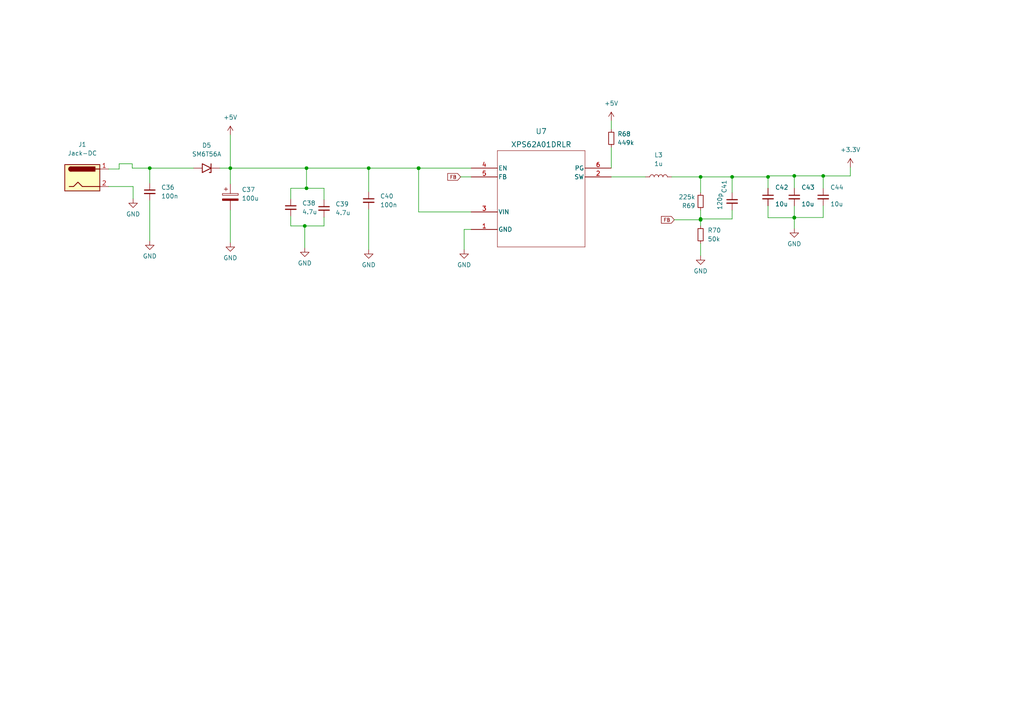
<source format=kicad_sch>
(kicad_sch (version 20211123) (generator eeschema)

  (uuid 90d93afe-17ee-4b63-b456-4b8fb977a526)

  (paper "A4")

  (lib_symbols
    (symbol "Connector:Jack-DC" (pin_names (offset 1.016)) (in_bom yes) (on_board yes)
      (property "Reference" "J" (id 0) (at 0 5.334 0)
        (effects (font (size 1.27 1.27)))
      )
      (property "Value" "Jack-DC" (id 1) (at 0 -5.08 0)
        (effects (font (size 1.27 1.27)))
      )
      (property "Footprint" "" (id 2) (at 1.27 -1.016 0)
        (effects (font (size 1.27 1.27)) hide)
      )
      (property "Datasheet" "~" (id 3) (at 1.27 -1.016 0)
        (effects (font (size 1.27 1.27)) hide)
      )
      (property "ki_keywords" "DC power barrel jack connector" (id 4) (at 0 0 0)
        (effects (font (size 1.27 1.27)) hide)
      )
      (property "ki_description" "DC Barrel Jack" (id 5) (at 0 0 0)
        (effects (font (size 1.27 1.27)) hide)
      )
      (property "ki_fp_filters" "BarrelJack*" (id 6) (at 0 0 0)
        (effects (font (size 1.27 1.27)) hide)
      )
      (symbol "Jack-DC_0_1"
        (rectangle (start -5.08 3.81) (end 5.08 -3.81)
          (stroke (width 0.254) (type default) (color 0 0 0 0))
          (fill (type background))
        )
        (arc (start -3.302 3.175) (mid -3.937 2.54) (end -3.302 1.905)
          (stroke (width 0.254) (type default) (color 0 0 0 0))
          (fill (type none))
        )
        (arc (start -3.302 3.175) (mid -3.937 2.54) (end -3.302 1.905)
          (stroke (width 0.254) (type default) (color 0 0 0 0))
          (fill (type outline))
        )
        (polyline
          (pts
            (xy 5.08 2.54)
            (xy 3.81 2.54)
          )
          (stroke (width 0.254) (type default) (color 0 0 0 0))
          (fill (type none))
        )
        (polyline
          (pts
            (xy -3.81 -2.54)
            (xy -2.54 -2.54)
            (xy -1.27 -1.27)
            (xy 0 -2.54)
            (xy 2.54 -2.54)
            (xy 5.08 -2.54)
          )
          (stroke (width 0.254) (type default) (color 0 0 0 0))
          (fill (type none))
        )
        (rectangle (start 3.683 3.175) (end -3.302 1.905)
          (stroke (width 0.254) (type default) (color 0 0 0 0))
          (fill (type outline))
        )
      )
      (symbol "Jack-DC_1_1"
        (pin passive line (at 7.62 2.54 180) (length 2.54)
          (name "~" (effects (font (size 1.27 1.27))))
          (number "1" (effects (font (size 1.27 1.27))))
        )
        (pin passive line (at 7.62 -2.54 180) (length 2.54)
          (name "~" (effects (font (size 1.27 1.27))))
          (number "2" (effects (font (size 1.27 1.27))))
        )
      )
    )
    (symbol "Device:C_Polarized" (pin_numbers hide) (pin_names (offset 0.254)) (in_bom yes) (on_board yes)
      (property "Reference" "C" (id 0) (at 0.635 2.54 0)
        (effects (font (size 1.27 1.27)) (justify left))
      )
      (property "Value" "C_Polarized" (id 1) (at 0.635 -2.54 0)
        (effects (font (size 1.27 1.27)) (justify left))
      )
      (property "Footprint" "" (id 2) (at 0.9652 -3.81 0)
        (effects (font (size 1.27 1.27)) hide)
      )
      (property "Datasheet" "~" (id 3) (at 0 0 0)
        (effects (font (size 1.27 1.27)) hide)
      )
      (property "ki_keywords" "cap capacitor" (id 4) (at 0 0 0)
        (effects (font (size 1.27 1.27)) hide)
      )
      (property "ki_description" "Polarized capacitor" (id 5) (at 0 0 0)
        (effects (font (size 1.27 1.27)) hide)
      )
      (property "ki_fp_filters" "CP_*" (id 6) (at 0 0 0)
        (effects (font (size 1.27 1.27)) hide)
      )
      (symbol "C_Polarized_0_1"
        (rectangle (start -2.286 0.508) (end 2.286 1.016)
          (stroke (width 0) (type default) (color 0 0 0 0))
          (fill (type none))
        )
        (polyline
          (pts
            (xy -1.778 2.286)
            (xy -0.762 2.286)
          )
          (stroke (width 0) (type default) (color 0 0 0 0))
          (fill (type none))
        )
        (polyline
          (pts
            (xy -1.27 2.794)
            (xy -1.27 1.778)
          )
          (stroke (width 0) (type default) (color 0 0 0 0))
          (fill (type none))
        )
        (rectangle (start 2.286 -0.508) (end -2.286 -1.016)
          (stroke (width 0) (type default) (color 0 0 0 0))
          (fill (type outline))
        )
      )
      (symbol "C_Polarized_1_1"
        (pin passive line (at 0 3.81 270) (length 2.794)
          (name "~" (effects (font (size 1.27 1.27))))
          (number "1" (effects (font (size 1.27 1.27))))
        )
        (pin passive line (at 0 -3.81 90) (length 2.794)
          (name "~" (effects (font (size 1.27 1.27))))
          (number "2" (effects (font (size 1.27 1.27))))
        )
      )
    )
    (symbol "Device:C_Small" (pin_numbers hide) (pin_names (offset 0.254) hide) (in_bom yes) (on_board yes)
      (property "Reference" "C" (id 0) (at 0.254 1.778 0)
        (effects (font (size 1.27 1.27)) (justify left))
      )
      (property "Value" "C_Small" (id 1) (at 0.254 -2.032 0)
        (effects (font (size 1.27 1.27)) (justify left))
      )
      (property "Footprint" "" (id 2) (at 0 0 0)
        (effects (font (size 1.27 1.27)) hide)
      )
      (property "Datasheet" "~" (id 3) (at 0 0 0)
        (effects (font (size 1.27 1.27)) hide)
      )
      (property "ki_keywords" "capacitor cap" (id 4) (at 0 0 0)
        (effects (font (size 1.27 1.27)) hide)
      )
      (property "ki_description" "Unpolarized capacitor, small symbol" (id 5) (at 0 0 0)
        (effects (font (size 1.27 1.27)) hide)
      )
      (property "ki_fp_filters" "C_*" (id 6) (at 0 0 0)
        (effects (font (size 1.27 1.27)) hide)
      )
      (symbol "C_Small_0_1"
        (polyline
          (pts
            (xy -1.524 -0.508)
            (xy 1.524 -0.508)
          )
          (stroke (width 0.3302) (type default) (color 0 0 0 0))
          (fill (type none))
        )
        (polyline
          (pts
            (xy -1.524 0.508)
            (xy 1.524 0.508)
          )
          (stroke (width 0.3048) (type default) (color 0 0 0 0))
          (fill (type none))
        )
      )
      (symbol "C_Small_1_1"
        (pin passive line (at 0 2.54 270) (length 2.032)
          (name "~" (effects (font (size 1.27 1.27))))
          (number "1" (effects (font (size 1.27 1.27))))
        )
        (pin passive line (at 0 -2.54 90) (length 2.032)
          (name "~" (effects (font (size 1.27 1.27))))
          (number "2" (effects (font (size 1.27 1.27))))
        )
      )
    )
    (symbol "Device:L" (pin_numbers hide) (pin_names (offset 1.016) hide) (in_bom yes) (on_board yes)
      (property "Reference" "L" (id 0) (at -1.27 0 90)
        (effects (font (size 1.27 1.27)))
      )
      (property "Value" "L" (id 1) (at 1.905 0 90)
        (effects (font (size 1.27 1.27)))
      )
      (property "Footprint" "" (id 2) (at 0 0 0)
        (effects (font (size 1.27 1.27)) hide)
      )
      (property "Datasheet" "~" (id 3) (at 0 0 0)
        (effects (font (size 1.27 1.27)) hide)
      )
      (property "ki_keywords" "inductor choke coil reactor magnetic" (id 4) (at 0 0 0)
        (effects (font (size 1.27 1.27)) hide)
      )
      (property "ki_description" "Inductor" (id 5) (at 0 0 0)
        (effects (font (size 1.27 1.27)) hide)
      )
      (property "ki_fp_filters" "Choke_* *Coil* Inductor_* L_*" (id 6) (at 0 0 0)
        (effects (font (size 1.27 1.27)) hide)
      )
      (symbol "L_0_1"
        (arc (start 0 -2.54) (mid 0.635 -1.905) (end 0 -1.27)
          (stroke (width 0) (type default) (color 0 0 0 0))
          (fill (type none))
        )
        (arc (start 0 -1.27) (mid 0.635 -0.635) (end 0 0)
          (stroke (width 0) (type default) (color 0 0 0 0))
          (fill (type none))
        )
        (arc (start 0 0) (mid 0.635 0.635) (end 0 1.27)
          (stroke (width 0) (type default) (color 0 0 0 0))
          (fill (type none))
        )
        (arc (start 0 1.27) (mid 0.635 1.905) (end 0 2.54)
          (stroke (width 0) (type default) (color 0 0 0 0))
          (fill (type none))
        )
      )
      (symbol "L_1_1"
        (pin passive line (at 0 3.81 270) (length 1.27)
          (name "1" (effects (font (size 1.27 1.27))))
          (number "1" (effects (font (size 1.27 1.27))))
        )
        (pin passive line (at 0 -3.81 90) (length 1.27)
          (name "2" (effects (font (size 1.27 1.27))))
          (number "2" (effects (font (size 1.27 1.27))))
        )
      )
    )
    (symbol "Device:R_Small" (pin_numbers hide) (pin_names (offset 0.254) hide) (in_bom yes) (on_board yes)
      (property "Reference" "R" (id 0) (at 0.762 0.508 0)
        (effects (font (size 1.27 1.27)) (justify left))
      )
      (property "Value" "R_Small" (id 1) (at 0.762 -1.016 0)
        (effects (font (size 1.27 1.27)) (justify left))
      )
      (property "Footprint" "" (id 2) (at 0 0 0)
        (effects (font (size 1.27 1.27)) hide)
      )
      (property "Datasheet" "~" (id 3) (at 0 0 0)
        (effects (font (size 1.27 1.27)) hide)
      )
      (property "ki_keywords" "R resistor" (id 4) (at 0 0 0)
        (effects (font (size 1.27 1.27)) hide)
      )
      (property "ki_description" "Resistor, small symbol" (id 5) (at 0 0 0)
        (effects (font (size 1.27 1.27)) hide)
      )
      (property "ki_fp_filters" "R_*" (id 6) (at 0 0 0)
        (effects (font (size 1.27 1.27)) hide)
      )
      (symbol "R_Small_0_1"
        (rectangle (start -0.762 1.778) (end 0.762 -1.778)
          (stroke (width 0.2032) (type default) (color 0 0 0 0))
          (fill (type none))
        )
      )
      (symbol "R_Small_1_1"
        (pin passive line (at 0 2.54 270) (length 0.762)
          (name "~" (effects (font (size 1.27 1.27))))
          (number "1" (effects (font (size 1.27 1.27))))
        )
        (pin passive line (at 0 -2.54 90) (length 0.762)
          (name "~" (effects (font (size 1.27 1.27))))
          (number "2" (effects (font (size 1.27 1.27))))
        )
      )
    )
    (symbol "Diode:SM6T56A" (pin_numbers hide) (pin_names (offset 1.016) hide) (in_bom yes) (on_board yes)
      (property "Reference" "D" (id 0) (at 0 2.54 0)
        (effects (font (size 1.27 1.27)))
      )
      (property "Value" "SM6T56A" (id 1) (at 0 -2.54 0)
        (effects (font (size 1.27 1.27)))
      )
      (property "Footprint" "Diode_SMD:D_SMB" (id 2) (at 0 -5.08 0)
        (effects (font (size 1.27 1.27)) hide)
      )
      (property "Datasheet" "https://www.st.com/resource/en/datasheet/sm6t.pdf" (id 3) (at -1.27 0 0)
        (effects (font (size 1.27 1.27)) hide)
      )
      (property "ki_keywords" "diode TVS voltage suppressor" (id 4) (at 0 0 0)
        (effects (font (size 1.27 1.27)) hide)
      )
      (property "ki_description" "600W unidirectional Transil Transient Voltage Suppressor, 56Vrwm, DO-214AA" (id 5) (at 0 0 0)
        (effects (font (size 1.27 1.27)) hide)
      )
      (property "ki_fp_filters" "D*SMB*" (id 6) (at 0 0 0)
        (effects (font (size 1.27 1.27)) hide)
      )
      (symbol "SM6T56A_0_1"
        (polyline
          (pts
            (xy -0.762 1.27)
            (xy -1.27 1.27)
            (xy -1.27 -1.27)
          )
          (stroke (width 0.254) (type default) (color 0 0 0 0))
          (fill (type none))
        )
        (polyline
          (pts
            (xy 1.27 1.27)
            (xy 1.27 -1.27)
            (xy -1.27 0)
            (xy 1.27 1.27)
          )
          (stroke (width 0.254) (type default) (color 0 0 0 0))
          (fill (type none))
        )
      )
      (symbol "SM6T56A_1_1"
        (pin passive line (at -3.81 0 0) (length 2.54)
          (name "A1" (effects (font (size 1.27 1.27))))
          (number "1" (effects (font (size 1.27 1.27))))
        )
        (pin passive line (at 3.81 0 180) (length 2.54)
          (name "A2" (effects (font (size 1.27 1.27))))
          (number "2" (effects (font (size 1.27 1.27))))
        )
      )
    )
    (symbol "newlib:XPS62A01DRLR" (pin_names (offset 0.254)) (in_bom yes) (on_board yes)
      (property "Reference" "U" (id 0) (at 20.32 10.16 0)
        (effects (font (size 1.524 1.524)))
      )
      (property "Value" "XPS62A01DRLR" (id 1) (at 20.32 7.62 0)
        (effects (font (size 1.524 1.524)))
      )
      (property "Footprint" "SOT6_DRL_TEX" (id 2) (at 0 0 0)
        (effects (font (size 1.27 1.27) italic) hide)
      )
      (property "Datasheet" "XPS62A01DRLR" (id 3) (at 0 0 0)
        (effects (font (size 1.27 1.27) italic) hide)
      )
      (property "ki_locked" "" (id 4) (at 0 0 0)
        (effects (font (size 1.27 1.27)))
      )
      (property "ki_keywords" "XPS62A01DRLR" (id 5) (at 0 0 0)
        (effects (font (size 1.27 1.27)) hide)
      )
      (property "ki_fp_filters" "SOT6_DRL_TEX SOT6_DRL_TEX-M SOT6_DRL_TEX-L" (id 6) (at 0 0 0)
        (effects (font (size 1.27 1.27)) hide)
      )
      (symbol "XPS62A01DRLR_0_1"
        (polyline
          (pts
            (xy 7.62 -22.86)
            (xy 33.02 -22.86)
          )
          (stroke (width 0.127) (type default) (color 0 0 0 0))
          (fill (type none))
        )
        (polyline
          (pts
            (xy 7.62 5.08)
            (xy 7.62 -22.86)
          )
          (stroke (width 0.127) (type default) (color 0 0 0 0))
          (fill (type none))
        )
        (polyline
          (pts
            (xy 33.02 -22.86)
            (xy 33.02 5.08)
          )
          (stroke (width 0.127) (type default) (color 0 0 0 0))
          (fill (type none))
        )
        (polyline
          (pts
            (xy 33.02 5.08)
            (xy 7.62 5.08)
          )
          (stroke (width 0.127) (type default) (color 0 0 0 0))
          (fill (type none))
        )
        (pin power_out line (at 0 -17.78 0) (length 7.62)
          (name "GND" (effects (font (size 1.27 1.27))))
          (number "1" (effects (font (size 1.27 1.27))))
        )
        (pin output line (at 40.64 -2.54 180) (length 7.62)
          (name "SW" (effects (font (size 1.27 1.27))))
          (number "2" (effects (font (size 1.27 1.27))))
        )
        (pin power_in line (at 0 -12.7 0) (length 7.62)
          (name "VIN" (effects (font (size 1.27 1.27))))
          (number "3" (effects (font (size 1.27 1.27))))
        )
        (pin input line (at 0 0 0) (length 7.62)
          (name "EN" (effects (font (size 1.27 1.27))))
          (number "4" (effects (font (size 1.27 1.27))))
        )
        (pin input line (at 0 -2.54 0) (length 7.62)
          (name "FB" (effects (font (size 1.27 1.27))))
          (number "5" (effects (font (size 1.27 1.27))))
        )
        (pin output line (at 40.64 0 180) (length 7.62)
          (name "PG" (effects (font (size 1.27 1.27))))
          (number "6" (effects (font (size 1.27 1.27))))
        )
      )
    )
    (symbol "power:+3.3V" (power) (pin_names (offset 0)) (in_bom yes) (on_board yes)
      (property "Reference" "#PWR" (id 0) (at 0 -3.81 0)
        (effects (font (size 1.27 1.27)) hide)
      )
      (property "Value" "+3.3V" (id 1) (at 0 3.556 0)
        (effects (font (size 1.27 1.27)))
      )
      (property "Footprint" "" (id 2) (at 0 0 0)
        (effects (font (size 1.27 1.27)) hide)
      )
      (property "Datasheet" "" (id 3) (at 0 0 0)
        (effects (font (size 1.27 1.27)) hide)
      )
      (property "ki_keywords" "global power" (id 4) (at 0 0 0)
        (effects (font (size 1.27 1.27)) hide)
      )
      (property "ki_description" "Power symbol creates a global label with name \"+3.3V\"" (id 5) (at 0 0 0)
        (effects (font (size 1.27 1.27)) hide)
      )
      (symbol "+3.3V_0_1"
        (polyline
          (pts
            (xy -0.762 1.27)
            (xy 0 2.54)
          )
          (stroke (width 0) (type default) (color 0 0 0 0))
          (fill (type none))
        )
        (polyline
          (pts
            (xy 0 0)
            (xy 0 2.54)
          )
          (stroke (width 0) (type default) (color 0 0 0 0))
          (fill (type none))
        )
        (polyline
          (pts
            (xy 0 2.54)
            (xy 0.762 1.27)
          )
          (stroke (width 0) (type default) (color 0 0 0 0))
          (fill (type none))
        )
      )
      (symbol "+3.3V_1_1"
        (pin power_in line (at 0 0 90) (length 0) hide
          (name "+3.3V" (effects (font (size 1.27 1.27))))
          (number "1" (effects (font (size 1.27 1.27))))
        )
      )
    )
    (symbol "power:+5V" (power) (pin_names (offset 0)) (in_bom yes) (on_board yes)
      (property "Reference" "#PWR" (id 0) (at 0 -3.81 0)
        (effects (font (size 1.27 1.27)) hide)
      )
      (property "Value" "+5V" (id 1) (at 0 3.556 0)
        (effects (font (size 1.27 1.27)))
      )
      (property "Footprint" "" (id 2) (at 0 0 0)
        (effects (font (size 1.27 1.27)) hide)
      )
      (property "Datasheet" "" (id 3) (at 0 0 0)
        (effects (font (size 1.27 1.27)) hide)
      )
      (property "ki_keywords" "global power" (id 4) (at 0 0 0)
        (effects (font (size 1.27 1.27)) hide)
      )
      (property "ki_description" "Power symbol creates a global label with name \"+5V\"" (id 5) (at 0 0 0)
        (effects (font (size 1.27 1.27)) hide)
      )
      (symbol "+5V_0_1"
        (polyline
          (pts
            (xy -0.762 1.27)
            (xy 0 2.54)
          )
          (stroke (width 0) (type default) (color 0 0 0 0))
          (fill (type none))
        )
        (polyline
          (pts
            (xy 0 0)
            (xy 0 2.54)
          )
          (stroke (width 0) (type default) (color 0 0 0 0))
          (fill (type none))
        )
        (polyline
          (pts
            (xy 0 2.54)
            (xy 0.762 1.27)
          )
          (stroke (width 0) (type default) (color 0 0 0 0))
          (fill (type none))
        )
      )
      (symbol "+5V_1_1"
        (pin power_in line (at 0 0 90) (length 0) hide
          (name "+5V" (effects (font (size 1.27 1.27))))
          (number "1" (effects (font (size 1.27 1.27))))
        )
      )
    )
    (symbol "power:GND" (power) (pin_names (offset 0)) (in_bom yes) (on_board yes)
      (property "Reference" "#PWR" (id 0) (at 0 -6.35 0)
        (effects (font (size 1.27 1.27)) hide)
      )
      (property "Value" "GND" (id 1) (at 0 -3.81 0)
        (effects (font (size 1.27 1.27)))
      )
      (property "Footprint" "" (id 2) (at 0 0 0)
        (effects (font (size 1.27 1.27)) hide)
      )
      (property "Datasheet" "" (id 3) (at 0 0 0)
        (effects (font (size 1.27 1.27)) hide)
      )
      (property "ki_keywords" "global power" (id 4) (at 0 0 0)
        (effects (font (size 1.27 1.27)) hide)
      )
      (property "ki_description" "Power symbol creates a global label with name \"GND\" , ground" (id 5) (at 0 0 0)
        (effects (font (size 1.27 1.27)) hide)
      )
      (symbol "GND_0_1"
        (polyline
          (pts
            (xy 0 0)
            (xy 0 -1.27)
            (xy 1.27 -1.27)
            (xy 0 -2.54)
            (xy -1.27 -1.27)
            (xy 0 -1.27)
          )
          (stroke (width 0) (type default) (color 0 0 0 0))
          (fill (type none))
        )
      )
      (symbol "GND_1_1"
        (pin power_in line (at 0 0 270) (length 0) hide
          (name "GND" (effects (font (size 1.27 1.27))))
          (number "1" (effects (font (size 1.27 1.27))))
        )
      )
    )
  )

  (junction (at 88.9 54.61) (diameter 0) (color 0 0 0 0)
    (uuid 00c03ea0-bb58-4986-a5bf-2b23032dec01)
  )
  (junction (at 88.9 48.768) (diameter 0) (color 0 0 0 0)
    (uuid 262836c9-4571-4d3e-8f42-eafc0b74b52c)
  )
  (junction (at 203.2 63.5) (diameter 0) (color 0 0 0 0)
    (uuid 2d57c0e2-d35b-407e-b777-4785362237bb)
  )
  (junction (at 203.2 51.308) (diameter 0) (color 0 0 0 0)
    (uuid 4648b5a8-836b-4c46-90b3-654c2a3f402e)
  )
  (junction (at 43.434 48.768) (diameter 0) (color 0 0 0 0)
    (uuid 49cc57bc-8439-43db-be54-b7c309b5819f)
  )
  (junction (at 212.344 51.308) (diameter 0) (color 0 0 0 0)
    (uuid 59f11333-3c98-40f8-b26e-810e1929fc07)
  )
  (junction (at 66.802 48.768) (diameter 0) (color 0 0 0 0)
    (uuid 8ac15556-8c25-4b61-9aa3-0edcb26d53da)
  )
  (junction (at 230.378 51.012) (diameter 0) (color 0 0 0 0)
    (uuid 99bb7ed9-e0b0-4ab8-b50f-1a2e629fe911)
  )
  (junction (at 88.392 65.532) (diameter 0) (color 0 0 0 0)
    (uuid ae652cf7-77c8-4f23-8850-ea08baf4baa9)
  )
  (junction (at 238.76 51.0277) (diameter 0) (color 0 0 0 0)
    (uuid b814afb1-8412-4aa3-b3c4-226ef4a13ea7)
  )
  (junction (at 230.378 63.1464) (diameter 0) (color 0 0 0 0)
    (uuid c4251c16-bc37-41b7-b2c4-7dcec17a2cf2)
  )
  (junction (at 230.378 63.0893) (diameter 0) (color 0 0 0 0)
    (uuid c67be094-5dcc-4897-a3a1-367266ea3d94)
  )
  (junction (at 106.934 48.768) (diameter 0) (color 0 0 0 0)
    (uuid cdada8dd-7cf8-4d1e-857b-bada00b31b5d)
  )
  (junction (at 121.412 48.7986) (diameter 0) (color 0 0 0 0)
    (uuid dd0ce13c-b1fa-4835-bc91-45d0a90bca21)
  )
  (junction (at 222.758 51.308) (diameter 0) (color 0 0 0 0)
    (uuid dec64c89-ef07-4822-a79a-698b16e6002f)
  )
  (junction (at 121.412 48.768) (diameter 0) (color 0 0 0 0)
    (uuid fe304f29-b2b1-4a0a-86d5-6826fdfae56c)
  )
  (junction (at 203.2 63.754) (diameter 0) (color 0 0 0 0)
    (uuid ff60c3b2-4b1b-481b-8ba7-613200731adb)
  )

  (wire (pts (xy 203.2 63.5) (xy 203.2 63.754))
    (stroke (width 0) (type default) (color 0 0 0 0))
    (uuid 01362a90-5c28-43b1-99c2-d5e4748af7ff)
  )
  (wire (pts (xy 63.754 48.768) (xy 66.802 48.768))
    (stroke (width 0) (type default) (color 0 0 0 0))
    (uuid 03dcd413-8c58-459c-9606-84269f4351e9)
  )
  (wire (pts (xy 43.434 48.768) (xy 56.134 48.768))
    (stroke (width 0) (type default) (color 0 0 0 0))
    (uuid 069d2dbf-9ef8-4f09-8a96-f251b858e2f3)
  )
  (wire (pts (xy 88.9 54.61) (xy 93.98 54.61))
    (stroke (width 0) (type default) (color 0 0 0 0))
    (uuid 0941d319-2894-459b-a08d-500a7f9a53cb)
  )
  (wire (pts (xy 222.758 59.69) (xy 222.758 63.1464))
    (stroke (width 0) (type default) (color 0 0 0 0))
    (uuid 106ff913-7ab4-4b1d-af8d-6a369569750e)
  )
  (wire (pts (xy 246.634 51.0277) (xy 238.76 51.0277))
    (stroke (width 0) (type default) (color 0 0 0 0))
    (uuid 150a934f-a180-414e-8c90-792b686a9bfd)
  )
  (wire (pts (xy 212.344 55.88) (xy 212.344 51.308))
    (stroke (width 0) (type default) (color 0 0 0 0))
    (uuid 211e7293-65b0-4f14-982c-b026ffcf4cef)
  )
  (wire (pts (xy 136.652 66.548) (xy 134.62 66.548))
    (stroke (width 0) (type default) (color 0 0 0 0))
    (uuid 2aa6608a-fef6-4bbe-8773-22b92e8a6b0e)
  )
  (wire (pts (xy 38.354 48.768) (xy 38.354 47.498))
    (stroke (width 0) (type default) (color 0 0 0 0))
    (uuid 2c3acf30-805d-4f0d-9824-6f60f32acf8a)
  )
  (wire (pts (xy 93.98 65.532) (xy 88.392 65.532))
    (stroke (width 0) (type default) (color 0 0 0 0))
    (uuid 2e9f8192-47e4-4a27-a963-696eef5a5551)
  )
  (wire (pts (xy 238.76 51.0277) (xy 238.76 51.012))
    (stroke (width 0) (type default) (color 0 0 0 0))
    (uuid 30914736-7056-4e17-a87c-76bf406da684)
  )
  (wire (pts (xy 222.758 54.61) (xy 222.758 51.308))
    (stroke (width 0) (type default) (color 0 0 0 0))
    (uuid 31166bba-5f90-4e01-9f62-19eff830f5b4)
  )
  (wire (pts (xy 177.292 35.052) (xy 177.292 37.592))
    (stroke (width 0) (type default) (color 0 0 0 0))
    (uuid 3867638e-32d1-4c63-b22e-93bd123c8c53)
  )
  (wire (pts (xy 121.412 61.468) (xy 121.412 48.7986))
    (stroke (width 0) (type default) (color 0 0 0 0))
    (uuid 3e08b83e-bd3e-4994-8a15-c16d74d67293)
  )
  (wire (pts (xy 222.758 51.308) (xy 222.758 51.012))
    (stroke (width 0) (type default) (color 0 0 0 0))
    (uuid 4542b5f1-c115-4a48-af80-f46385012d02)
  )
  (wire (pts (xy 34.5589 47.498) (xy 34.5589 49.022))
    (stroke (width 0) (type default) (color 0 0 0 0))
    (uuid 4c187712-3acf-4836-bc49-a42adf270719)
  )
  (wire (pts (xy 238.76 59.69) (xy 238.76 63.0893))
    (stroke (width 0) (type default) (color 0 0 0 0))
    (uuid 5039b209-eae1-4f0c-9a7b-9eac053653aa)
  )
  (wire (pts (xy 38.608 54.102) (xy 31.496 54.102))
    (stroke (width 0) (type default) (color 0 0 0 0))
    (uuid 51b93c29-551c-4378-a82f-326d68ed376a)
  )
  (wire (pts (xy 84.328 65.532) (xy 84.328 62.738))
    (stroke (width 0) (type default) (color 0 0 0 0))
    (uuid 54fe36d4-be14-4329-8e09-81bcabf5c19c)
  )
  (wire (pts (xy 134.62 66.548) (xy 134.62 72.39))
    (stroke (width 0) (type default) (color 0 0 0 0))
    (uuid 5735b756-0c52-4957-895f-40635be16d6a)
  )
  (wire (pts (xy 238.76 54.61) (xy 238.76 51.0277))
    (stroke (width 0) (type default) (color 0 0 0 0))
    (uuid 5810161c-e01f-47bf-ae46-c4575315293b)
  )
  (wire (pts (xy 246.634 48.514) (xy 246.634 51.0277))
    (stroke (width 0) (type default) (color 0 0 0 0))
    (uuid 5b7b6c67-27c7-4711-8873-c4a4c7d00f70)
  )
  (wire (pts (xy 66.802 39.116) (xy 66.802 48.768))
    (stroke (width 0) (type default) (color 0 0 0 0))
    (uuid 5cd59d8c-fa85-4704-9ca7-ced10faa1f82)
  )
  (wire (pts (xy 212.344 51.308) (xy 203.2 51.308))
    (stroke (width 0) (type default) (color 0 0 0 0))
    (uuid 61f63cce-b4ec-4224-bc69-89360676d1a0)
  )
  (wire (pts (xy 88.392 65.532) (xy 88.392 71.882))
    (stroke (width 0) (type default) (color 0 0 0 0))
    (uuid 6433e864-0dfb-484e-afd6-99c16d7563d8)
  )
  (wire (pts (xy 238.76 63.0893) (xy 230.378 63.0893))
    (stroke (width 0) (type default) (color 0 0 0 0))
    (uuid 6436f4d5-5229-4675-b72e-2485142b9555)
  )
  (wire (pts (xy 212.344 63.5) (xy 203.2 63.5))
    (stroke (width 0) (type default) (color 0 0 0 0))
    (uuid 70c5a812-3a73-4f72-9d24-499a3b18921d)
  )
  (wire (pts (xy 203.2 63.5) (xy 203.2 60.96))
    (stroke (width 0) (type default) (color 0 0 0 0))
    (uuid 72a4635f-a208-4d6c-837e-f8d53575281c)
  )
  (wire (pts (xy 66.802 48.768) (xy 66.802 53.34))
    (stroke (width 0) (type default) (color 0 0 0 0))
    (uuid 763c6133-9a9b-4e29-bb21-b232a12e1417)
  )
  (wire (pts (xy 31.496 49.022) (xy 34.5589 49.022))
    (stroke (width 0) (type default) (color 0 0 0 0))
    (uuid 7b2589d9-7cfa-45d2-a54f-a99201cdf731)
  )
  (wire (pts (xy 66.802 48.768) (xy 88.9 48.768))
    (stroke (width 0) (type default) (color 0 0 0 0))
    (uuid 7d54a608-22ad-4e0b-bd47-a10abadf1a39)
  )
  (wire (pts (xy 106.934 48.768) (xy 121.412 48.768))
    (stroke (width 0) (type default) (color 0 0 0 0))
    (uuid 80fdd2a1-e435-49b3-bb1b-169efaa1c0e2)
  )
  (wire (pts (xy 230.378 51.012) (xy 230.378 54.61))
    (stroke (width 0) (type default) (color 0 0 0 0))
    (uuid 847732cc-0782-4852-b40c-2355ec4c5514)
  )
  (wire (pts (xy 230.378 63.0893) (xy 230.378 63.1464))
    (stroke (width 0) (type default) (color 0 0 0 0))
    (uuid 84f1e69d-da79-441f-85e2-4c0c3ffa55de)
  )
  (wire (pts (xy 84.328 54.61) (xy 88.9 54.61))
    (stroke (width 0) (type default) (color 0 0 0 0))
    (uuid 862b61f4-5fd4-42e4-99ec-fb968703f9ac)
  )
  (wire (pts (xy 222.758 51.012) (xy 230.378 51.012))
    (stroke (width 0) (type default) (color 0 0 0 0))
    (uuid 898ee11a-4d68-4bb1-baad-de24b2e2d2e1)
  )
  (wire (pts (xy 133.604 51.308) (xy 136.652 51.308))
    (stroke (width 0) (type default) (color 0 0 0 0))
    (uuid 8ed8dd09-e801-4ebd-88da-1f4483884195)
  )
  (wire (pts (xy 136.652 61.468) (xy 121.412 61.468))
    (stroke (width 0) (type default) (color 0 0 0 0))
    (uuid 9078575c-05b7-4d50-8d8b-eeb659caaa9a)
  )
  (wire (pts (xy 106.934 55.626) (xy 106.934 48.768))
    (stroke (width 0) (type default) (color 0 0 0 0))
    (uuid 911228be-d7fc-4685-a9e4-fe51830838c2)
  )
  (wire (pts (xy 203.2 63.754) (xy 203.2 65.532))
    (stroke (width 0) (type default) (color 0 0 0 0))
    (uuid 91269592-8e0c-4642-ba75-35fb773e1de3)
  )
  (wire (pts (xy 177.292 42.672) (xy 177.292 48.768))
    (stroke (width 0) (type default) (color 0 0 0 0))
    (uuid 925ada74-3f25-4d43-9252-1478f9e8bead)
  )
  (wire (pts (xy 203.2 51.308) (xy 203.2 55.88))
    (stroke (width 0) (type default) (color 0 0 0 0))
    (uuid 945d071a-b262-4d43-ab03-2fa018a2ae93)
  )
  (wire (pts (xy 43.434 53.086) (xy 43.434 48.768))
    (stroke (width 0) (type default) (color 0 0 0 0))
    (uuid 968eb9e3-bcba-4dd2-939e-4899d83f8579)
  )
  (wire (pts (xy 93.98 62.992) (xy 93.98 65.532))
    (stroke (width 0) (type default) (color 0 0 0 0))
    (uuid a8a5ffe9-6fc1-4b0d-a8f4-d2c04c2d58e7)
  )
  (wire (pts (xy 230.378 63.1464) (xy 230.378 66.294))
    (stroke (width 0) (type default) (color 0 0 0 0))
    (uuid a92d73ea-e6a7-4480-8e38-bd2a95c37160)
  )
  (wire (pts (xy 222.758 63.1464) (xy 230.378 63.1464))
    (stroke (width 0) (type default) (color 0 0 0 0))
    (uuid ad80da1b-ac21-4007-adde-88a0d79876e0)
  )
  (wire (pts (xy 66.802 60.96) (xy 66.802 70.358))
    (stroke (width 0) (type default) (color 0 0 0 0))
    (uuid b27edbea-3ef3-4503-a3df-4578e83a5c90)
  )
  (wire (pts (xy 106.934 48.768) (xy 88.9 48.768))
    (stroke (width 0) (type default) (color 0 0 0 0))
    (uuid b4a249d5-1671-4ae2-8fc8-1e3c66aec3b2)
  )
  (wire (pts (xy 212.344 60.96) (xy 212.344 63.5))
    (stroke (width 0) (type default) (color 0 0 0 0))
    (uuid b7c2d787-fa3f-4050-8511-872399c2c15c)
  )
  (wire (pts (xy 84.328 57.658) (xy 84.328 54.61))
    (stroke (width 0) (type default) (color 0 0 0 0))
    (uuid bae36c39-b809-434d-baa6-635eaec4dfe1)
  )
  (wire (pts (xy 38.354 47.498) (xy 34.5589 47.498))
    (stroke (width 0) (type default) (color 0 0 0 0))
    (uuid bb7d8789-88b6-4bcd-af00-c0872d7916aa)
  )
  (wire (pts (xy 88.392 65.532) (xy 84.328 65.532))
    (stroke (width 0) (type default) (color 0 0 0 0))
    (uuid bbaab8d6-9756-4558-bf3d-84bd64523e08)
  )
  (wire (pts (xy 238.76 51.012) (xy 230.378 51.012))
    (stroke (width 0) (type default) (color 0 0 0 0))
    (uuid c15ef739-3b34-4276-a473-458aefbb0cc5)
  )
  (wire (pts (xy 212.344 51.308) (xy 222.758 51.308))
    (stroke (width 0) (type default) (color 0 0 0 0))
    (uuid cf01db9d-4625-495c-be65-0949c89f286e)
  )
  (wire (pts (xy 121.412 48.768) (xy 136.652 48.768))
    (stroke (width 0) (type default) (color 0 0 0 0))
    (uuid d1aa25b2-a5df-4916-b4f8-9bc54068d2bb)
  )
  (wire (pts (xy 203.2 70.612) (xy 203.2 74.168))
    (stroke (width 0) (type default) (color 0 0 0 0))
    (uuid d8544649-3379-4b65-a395-50e5d626b2df)
  )
  (wire (pts (xy 88.9 48.768) (xy 88.9 54.61))
    (stroke (width 0) (type default) (color 0 0 0 0))
    (uuid dd9ee7d6-9984-44f3-b506-1bdf2ec363b7)
  )
  (wire (pts (xy 177.292 51.308) (xy 187.198 51.308))
    (stroke (width 0) (type default) (color 0 0 0 0))
    (uuid e83ef509-4b3c-460d-af79-f21b91a05476)
  )
  (wire (pts (xy 43.434 58.166) (xy 43.434 69.85))
    (stroke (width 0) (type default) (color 0 0 0 0))
    (uuid ea1efba8-8a19-41ad-9308-64bec977a461)
  )
  (wire (pts (xy 195.58 63.754) (xy 203.2 63.754))
    (stroke (width 0) (type default) (color 0 0 0 0))
    (uuid eb8725b0-ada3-49ec-8a35-6ec871b860e6)
  )
  (wire (pts (xy 106.934 60.706) (xy 106.934 72.39))
    (stroke (width 0) (type default) (color 0 0 0 0))
    (uuid edd4fd8f-9389-4cf4-a259-dac20a641f71)
  )
  (wire (pts (xy 93.98 54.61) (xy 93.98 57.912))
    (stroke (width 0) (type default) (color 0 0 0 0))
    (uuid f22b3a07-c4f1-4d04-ab6b-e2643893de4d)
  )
  (wire (pts (xy 194.818 51.308) (xy 203.2 51.308))
    (stroke (width 0) (type default) (color 0 0 0 0))
    (uuid f36d4790-376a-430f-b30f-437d8bab826e)
  )
  (wire (pts (xy 230.378 59.69) (xy 230.378 63.0893))
    (stroke (width 0) (type default) (color 0 0 0 0))
    (uuid f6050181-b8a9-41ac-b12f-e1f26bb2cb07)
  )
  (wire (pts (xy 38.354 48.768) (xy 43.434 48.768))
    (stroke (width 0) (type default) (color 0 0 0 0))
    (uuid f8f516cc-11c8-4cbf-b5a7-a1ad9e29cdc5)
  )
  (wire (pts (xy 38.608 57.658) (xy 38.608 54.102))
    (stroke (width 0) (type default) (color 0 0 0 0))
    (uuid f9ee96b5-1ce1-4f9f-84f3-71034c7119d1)
  )
  (wire (pts (xy 121.412 48.7986) (xy 121.412 48.768))
    (stroke (width 0) (type default) (color 0 0 0 0))
    (uuid ff1f24e4-ef4b-4f6e-aaaf-685d06863d31)
  )

  (global_label "FB" (shape input) (at 133.604 51.308 180) (fields_autoplaced)
    (effects (font (size 1 1)) (justify right))
    (uuid 18986590-c2ce-4c5d-91e5-41be06b65d32)
    (property "Intersheet References" "${INTERSHEET_REFS}" (id 0) (at 129.8469 51.3705 0)
      (effects (font (size 1 1)) (justify right) hide)
    )
  )
  (global_label "FB" (shape input) (at 195.58 63.754 180) (fields_autoplaced)
    (effects (font (size 1 1)) (justify right))
    (uuid a2973df1-cacc-4e6b-a7f6-04c6b29487f9)
    (property "Intersheet References" "${INTERSHEET_REFS}" (id 0) (at 191.8229 63.8165 0)
      (effects (font (size 1 1)) (justify right) hide)
    )
  )

  (symbol (lib_id "power:GND") (at 134.62 72.39 0) (unit 1)
    (in_bom yes) (on_board yes) (fields_autoplaced)
    (uuid 0389b813-f9ec-470b-8d2e-f3493f5482de)
    (property "Reference" "#PWR079" (id 0) (at 134.62 78.74 0)
      (effects (font (size 1.27 1.27)) hide)
    )
    (property "Value" "GND" (id 1) (at 134.62 76.835 0))
    (property "Footprint" "" (id 2) (at 134.62 72.39 0)
      (effects (font (size 1.27 1.27)) hide)
    )
    (property "Datasheet" "" (id 3) (at 134.62 72.39 0)
      (effects (font (size 1.27 1.27)) hide)
    )
    (pin "1" (uuid adaf524a-307b-4bc2-996b-2f61380b0392))
  )

  (symbol (lib_id "Device:C_Small") (at 212.344 58.42 0) (unit 1)
    (in_bom yes) (on_board yes)
    (uuid 0494f5d7-dbb0-4620-8b56-d878d85e0128)
    (property "Reference" "C41" (id 0) (at 210.058 54.102 90))
    (property "Value" "120p" (id 1) (at 208.788 58.42 90))
    (property "Footprint" "Capacitor_SMD:C_0402_1005Metric_Pad0.74x0.62mm_HandSolder" (id 2) (at 212.344 58.42 0)
      (effects (font (size 1.27 1.27)) hide)
    )
    (property "Datasheet" "~" (id 3) (at 212.344 58.42 0)
      (effects (font (size 1.27 1.27)) hide)
    )
    (property "JLCPCB Part #" "C295918" (id 4) (at 212.344 58.42 0)
      (effects (font (size 1.27 1.27)) hide)
    )
    (pin "1" (uuid 7435e870-dcaa-4eff-bddb-ee3b7731ed7f))
    (pin "2" (uuid 559b0a14-7180-432d-9a91-8fa7e19914c5))
  )

  (symbol (lib_id "power:GND") (at 43.434 69.85 0) (unit 1)
    (in_bom yes) (on_board yes) (fields_autoplaced)
    (uuid 0c6dba0d-8b92-4807-9f53-d45c31dae137)
    (property "Reference" "#PWR074" (id 0) (at 43.434 76.2 0)
      (effects (font (size 1.27 1.27)) hide)
    )
    (property "Value" "GND" (id 1) (at 43.434 74.295 0))
    (property "Footprint" "" (id 2) (at 43.434 69.85 0)
      (effects (font (size 1.27 1.27)) hide)
    )
    (property "Datasheet" "" (id 3) (at 43.434 69.85 0)
      (effects (font (size 1.27 1.27)) hide)
    )
    (pin "1" (uuid a6cbc0f7-55a1-4432-90a7-b290faf2506d))
  )

  (symbol (lib_id "Device:C_Small") (at 84.328 60.198 0) (unit 1)
    (in_bom yes) (on_board yes) (fields_autoplaced)
    (uuid 0eeb529a-c3ef-4776-b21e-12a6961f5987)
    (property "Reference" "C38" (id 0) (at 87.63 58.9342 0)
      (effects (font (size 1.27 1.27)) (justify left))
    )
    (property "Value" "4.7u" (id 1) (at 87.63 61.4742 0)
      (effects (font (size 1.27 1.27)) (justify left))
    )
    (property "Footprint" "Capacitor_SMD:C_0805_2012Metric_Pad1.18x1.45mm_HandSolder" (id 2) (at 84.328 60.198 0)
      (effects (font (size 1.27 1.27)) hide)
    )
    (property "Datasheet" "~" (id 3) (at 84.328 60.198 0)
      (effects (font (size 1.27 1.27)) hide)
    )
    (property "JLC" "C2170562" (id 4) (at 84.328 60.198 0)
      (effects (font (size 1.27 1.27)) hide)
    )
    (pin "1" (uuid 23dfbb44-1c62-4b32-93e5-b427eddfd629))
    (pin "2" (uuid f421bef7-68a6-4c6a-a6a3-cd0df36fc71b))
  )

  (symbol (lib_id "Connector:Jack-DC") (at 23.876 51.562 0) (unit 1)
    (in_bom yes) (on_board yes) (fields_autoplaced)
    (uuid 2c9de3e2-5bb9-4794-bf7f-8d3ceec0810d)
    (property "Reference" "J1" (id 0) (at 23.876 41.91 0))
    (property "Value" "Jack-DC" (id 1) (at 23.876 44.45 0))
    (property "Footprint" "Connector_BarrelJack:BarrelJack_SwitchcraftConxall_RAPC10U_Horizontal" (id 2) (at 25.146 52.578 0)
      (effects (font (size 1.27 1.27)) hide)
    )
    (property "Datasheet" "~" (id 3) (at 25.146 52.578 0)
      (effects (font (size 1.27 1.27)) hide)
    )
    (pin "1" (uuid b1b19a47-44ac-462d-9d2c-621f71f9504c))
    (pin "2" (uuid dd5f0a09-a878-4fcc-82d8-c643bb51e5b3))
  )

  (symbol (lib_id "Device:C_Small") (at 222.758 57.15 0) (unit 1)
    (in_bom yes) (on_board yes)
    (uuid 2d5bf7c0-f4c1-4d45-b6d2-438bd9f9bd59)
    (property "Reference" "C42" (id 0) (at 224.79 54.356 0)
      (effects (font (size 1.27 1.27)) (justify left))
    )
    (property "Value" "10u" (id 1) (at 224.79 59.182 0)
      (effects (font (size 1.27 1.27)) (justify left))
    )
    (property "Footprint" "Capacitor_SMD:C_1210_3225Metric_Pad1.33x2.70mm_HandSolder" (id 2) (at 222.758 57.15 0)
      (effects (font (size 1.27 1.27)) hide)
    )
    (property "Datasheet" "~" (id 3) (at 222.758 57.15 0)
      (effects (font (size 1.27 1.27)) hide)
    )
    (property "JLC" "C2170562" (id 4) (at 222.758 57.15 0)
      (effects (font (size 1.27 1.27)) hide)
    )
    (pin "1" (uuid 3f2cf26d-d585-4a12-8867-fdd517a872fe))
    (pin "2" (uuid 01467703-5b30-4194-afba-6f1646872397))
  )

  (symbol (lib_id "newlib:XPS62A01DRLR") (at 136.652 48.768 0) (unit 1)
    (in_bom yes) (on_board yes) (fields_autoplaced)
    (uuid 47acb7f8-5e98-4762-91ec-5d54d28b8ed0)
    (property "Reference" "U7" (id 0) (at 156.972 38.1 0)
      (effects (font (size 1.524 1.524)))
    )
    (property "Value" "XPS62A01DRLR" (id 1) (at 156.972 41.91 0)
      (effects (font (size 1.524 1.524)))
    )
    (property "Footprint" "SOT6_DRL_TEX" (id 2) (at 136.652 48.768 0)
      (effects (font (size 1.27 1.27) italic) hide)
    )
    (property "Datasheet" "XPS62A01DRLR" (id 3) (at 136.652 48.768 0)
      (effects (font (size 1.27 1.27) italic) hide)
    )
    (pin "1" (uuid 2725e591-62e1-4c43-97d1-258826c4f852))
    (pin "2" (uuid d5d178c2-eda0-4d78-ac82-18b95c530783))
    (pin "3" (uuid 3f656d6f-80e2-4a38-9544-1796de3f8183))
    (pin "4" (uuid 887af5c3-79b4-4a4c-93e7-b9fedf034fd8))
    (pin "5" (uuid b85aa0d1-9c99-42e3-8fde-064f04936689))
    (pin "6" (uuid 84bb470c-3853-48e3-b3d9-358f400ae240))
  )

  (symbol (lib_id "power:GND") (at 203.2 74.168 0) (unit 1)
    (in_bom yes) (on_board yes) (fields_autoplaced)
    (uuid 4c96877e-9d97-4695-8d22-970461695466)
    (property "Reference" "#PWR081" (id 0) (at 203.2 80.518 0)
      (effects (font (size 1.27 1.27)) hide)
    )
    (property "Value" "GND" (id 1) (at 203.2 78.613 0))
    (property "Footprint" "" (id 2) (at 203.2 74.168 0)
      (effects (font (size 1.27 1.27)) hide)
    )
    (property "Datasheet" "" (id 3) (at 203.2 74.168 0)
      (effects (font (size 1.27 1.27)) hide)
    )
    (pin "1" (uuid cf5e33e2-a003-4794-bf61-b9d47d1b6d30))
  )

  (symbol (lib_id "Device:L") (at 191.008 51.308 90) (unit 1)
    (in_bom yes) (on_board yes) (fields_autoplaced)
    (uuid 543348be-491f-4794-a2bd-4425a95bc59f)
    (property "Reference" "L3" (id 0) (at 191.008 44.958 90))
    (property "Value" "1u" (id 1) (at 191.008 47.498 90))
    (property "Footprint" "Inductor_SMD:L_Coilcraft_XxL4030" (id 2) (at 191.008 51.308 0)
      (effects (font (size 1.27 1.27)) hide)
    )
    (property "Datasheet" "~" (id 3) (at 191.008 51.308 0)
      (effects (font (size 1.27 1.27)) hide)
    )
    (pin "1" (uuid 32972888-c6ed-4187-9fab-f069a31dab8d))
    (pin "2" (uuid 480537fa-ee94-4d66-ae41-50692bf4de39))
  )

  (symbol (lib_id "Device:R_Small") (at 203.2 68.072 180) (unit 1)
    (in_bom yes) (on_board yes) (fields_autoplaced)
    (uuid 5d333314-a138-40a1-994b-77ddb466fb33)
    (property "Reference" "R70" (id 0) (at 205.232 66.8019 0)
      (effects (font (size 1.27 1.27)) (justify right))
    )
    (property "Value" "50k" (id 1) (at 205.232 69.3419 0)
      (effects (font (size 1.27 1.27)) (justify right))
    )
    (property "Footprint" "Resistor_SMD:R_0603_1608Metric" (id 2) (at 203.2 68.072 0)
      (effects (font (size 1.27 1.27)) hide)
    )
    (property "Datasheet" "~" (id 3) (at 203.2 68.072 0)
      (effects (font (size 1.27 1.27)) hide)
    )
    (pin "1" (uuid d0557f01-955f-404e-bef7-09e7009384c9))
    (pin "2" (uuid fed154c0-f06f-4b55-a90e-646a84f8274b))
  )

  (symbol (lib_id "power:GND") (at 66.802 70.358 0) (unit 1)
    (in_bom yes) (on_board yes) (fields_autoplaced)
    (uuid 62f8b5c2-3867-48ef-8f25-8daa24e49502)
    (property "Reference" "#PWR076" (id 0) (at 66.802 76.708 0)
      (effects (font (size 1.27 1.27)) hide)
    )
    (property "Value" "GND" (id 1) (at 66.802 74.803 0))
    (property "Footprint" "" (id 2) (at 66.802 70.358 0)
      (effects (font (size 1.27 1.27)) hide)
    )
    (property "Datasheet" "" (id 3) (at 66.802 70.358 0)
      (effects (font (size 1.27 1.27)) hide)
    )
    (pin "1" (uuid 08a3a6d6-7103-4648-bc48-d3e56fdd4d54))
  )

  (symbol (lib_id "Device:C_Polarized") (at 66.802 57.15 0) (unit 1)
    (in_bom yes) (on_board yes) (fields_autoplaced)
    (uuid 6fca76c4-fef0-440b-87bd-a89ec5fc81b1)
    (property "Reference" "C37" (id 0) (at 70.104 54.9909 0)
      (effects (font (size 1.27 1.27)) (justify left))
    )
    (property "Value" "100u" (id 1) (at 70.104 57.5309 0)
      (effects (font (size 1.27 1.27)) (justify left))
    )
    (property "Footprint" "Capacitor_SMD:CP_Elec_6.3x5.4" (id 2) (at 67.7672 60.96 0)
      (effects (font (size 1.27 1.27)) hide)
    )
    (property "Datasheet" "~" (id 3) (at 66.802 57.15 0)
      (effects (font (size 1.27 1.27)) hide)
    )
    (pin "1" (uuid df558697-2d58-4a38-a94d-17b14c0e7f2f))
    (pin "2" (uuid 5f409df0-73d9-409b-9f35-868f2afc6ff2))
  )

  (symbol (lib_id "Diode:SM6T56A") (at 59.944 48.768 180) (unit 1)
    (in_bom yes) (on_board yes) (fields_autoplaced)
    (uuid 72b1a047-3859-4310-a59a-fee6ff88f3df)
    (property "Reference" "D5" (id 0) (at 59.944 42.164 0))
    (property "Value" "SM6T56A" (id 1) (at 59.944 44.704 0))
    (property "Footprint" "Diode_SMD:D_SMB" (id 2) (at 59.944 43.688 0)
      (effects (font (size 1.27 1.27)) hide)
    )
    (property "Datasheet" "https://www.st.com/resource/en/datasheet/sm6t.pdf" (id 3) (at 61.214 48.768 0)
      (effects (font (size 1.27 1.27)) hide)
    )
    (pin "1" (uuid db29aa27-8d7f-43b9-9f12-d47729ef72cc))
    (pin "2" (uuid 4cdff302-4c1d-40a1-bbe4-60c78102c042))
  )

  (symbol (lib_id "Device:R_Small") (at 177.292 40.132 0) (unit 1)
    (in_bom yes) (on_board yes) (fields_autoplaced)
    (uuid 7528a8f4-4939-4b96-868f-6e02a7a71611)
    (property "Reference" "R68" (id 0) (at 179.07 38.8619 0)
      (effects (font (size 1.27 1.27)) (justify left))
    )
    (property "Value" "449k" (id 1) (at 179.07 41.4019 0)
      (effects (font (size 1.27 1.27)) (justify left))
    )
    (property "Footprint" "Resistor_SMD:R_0603_1608Metric" (id 2) (at 177.292 40.132 0)
      (effects (font (size 1.27 1.27)) hide)
    )
    (property "Datasheet" "~" (id 3) (at 177.292 40.132 0)
      (effects (font (size 1.27 1.27)) hide)
    )
    (property "JLC" "C340542" (id 4) (at 177.292 40.132 0)
      (effects (font (size 1.27 1.27)) hide)
    )
    (pin "1" (uuid 5e5ae829-7fe3-4c9c-8814-fd853145e1e7))
    (pin "2" (uuid 6c1411e9-d0c8-446d-8fbd-e6760a99e4c5))
  )

  (symbol (lib_id "power:+5V") (at 66.802 39.116 0) (unit 1)
    (in_bom yes) (on_board yes) (fields_autoplaced)
    (uuid 85864041-6133-4602-a527-0118c2712243)
    (property "Reference" "#PWR075" (id 0) (at 66.802 42.926 0)
      (effects (font (size 1.27 1.27)) hide)
    )
    (property "Value" "+5V" (id 1) (at 66.802 34.036 0))
    (property "Footprint" "" (id 2) (at 66.802 39.116 0)
      (effects (font (size 1.27 1.27)) hide)
    )
    (property "Datasheet" "" (id 3) (at 66.802 39.116 0)
      (effects (font (size 1.27 1.27)) hide)
    )
    (pin "1" (uuid bcbf37ab-fb47-41cb-9b2a-1d2a743e58c8))
  )

  (symbol (lib_id "Device:R_Small") (at 203.2 58.42 0) (unit 1)
    (in_bom yes) (on_board yes) (fields_autoplaced)
    (uuid 87a7f8c8-aa88-415c-b4d3-d16bc5159507)
    (property "Reference" "R69" (id 0) (at 201.676 59.6901 0)
      (effects (font (size 1.27 1.27)) (justify right))
    )
    (property "Value" "225k" (id 1) (at 201.676 57.1501 0)
      (effects (font (size 1.27 1.27)) (justify right))
    )
    (property "Footprint" "Resistor_SMD:R_0603_1608Metric" (id 2) (at 203.2 58.42 0)
      (effects (font (size 1.27 1.27)) hide)
    )
    (property "Datasheet" "~" (id 3) (at 203.2 58.42 0)
      (effects (font (size 1.27 1.27)) hide)
    )
    (property "JLC" "C340542" (id 4) (at 203.2 58.42 0)
      (effects (font (size 1.27 1.27)) hide)
    )
    (pin "1" (uuid 346a48c0-745d-42c5-87a4-937ac993646a))
    (pin "2" (uuid 2bf831c6-694d-4fa0-a66a-4c4a1ab0c4de))
  )

  (symbol (lib_id "power:GND") (at 88.392 71.882 0) (unit 1)
    (in_bom yes) (on_board yes) (fields_autoplaced)
    (uuid 89aaebbd-17c7-44ac-9022-f3ecc0701ea1)
    (property "Reference" "#PWR077" (id 0) (at 88.392 78.232 0)
      (effects (font (size 1.27 1.27)) hide)
    )
    (property "Value" "GND" (id 1) (at 88.392 76.327 0))
    (property "Footprint" "" (id 2) (at 88.392 71.882 0)
      (effects (font (size 1.27 1.27)) hide)
    )
    (property "Datasheet" "" (id 3) (at 88.392 71.882 0)
      (effects (font (size 1.27 1.27)) hide)
    )
    (pin "1" (uuid ebcb900a-3808-417f-83c3-7f7fdac14590))
  )

  (symbol (lib_id "Device:C_Small") (at 106.934 58.166 0) (unit 1)
    (in_bom yes) (on_board yes) (fields_autoplaced)
    (uuid 95bad79c-43f4-4e73-a75e-54416c323fe6)
    (property "Reference" "C40" (id 0) (at 110.236 56.9022 0)
      (effects (font (size 1.27 1.27)) (justify left))
    )
    (property "Value" "100n" (id 1) (at 110.236 59.4422 0)
      (effects (font (size 1.27 1.27)) (justify left))
    )
    (property "Footprint" "Capacitor_SMD:C_0603_1608Metric" (id 2) (at 106.934 58.166 0)
      (effects (font (size 1.27 1.27)) hide)
    )
    (property "Datasheet" "~" (id 3) (at 106.934 58.166 0)
      (effects (font (size 1.27 1.27)) hide)
    )
    (property "JLC" "C2170562" (id 4) (at 106.934 58.166 0)
      (effects (font (size 1.27 1.27)) hide)
    )
    (pin "1" (uuid 3a720706-9129-4f2a-af17-58dd87fcd049))
    (pin "2" (uuid 076c8e63-27fb-49c7-a4a6-4c009fba0e00))
  )

  (symbol (lib_id "Device:C_Small") (at 93.98 60.452 0) (unit 1)
    (in_bom yes) (on_board yes) (fields_autoplaced)
    (uuid 97da37a5-644e-48d4-9c95-957df11b9d40)
    (property "Reference" "C39" (id 0) (at 97.282 59.1882 0)
      (effects (font (size 1.27 1.27)) (justify left))
    )
    (property "Value" "4.7u" (id 1) (at 97.282 61.7282 0)
      (effects (font (size 1.27 1.27)) (justify left))
    )
    (property "Footprint" "Capacitor_SMD:C_0805_2012Metric_Pad1.18x1.45mm_HandSolder" (id 2) (at 93.98 60.452 0)
      (effects (font (size 1.27 1.27)) hide)
    )
    (property "Datasheet" "~" (id 3) (at 93.98 60.452 0)
      (effects (font (size 1.27 1.27)) hide)
    )
    (property "JLC" "C2170562" (id 4) (at 93.98 60.452 0)
      (effects (font (size 1.27 1.27)) hide)
    )
    (pin "1" (uuid 1041e13f-ddb0-488b-a5d3-da0df5961299))
    (pin "2" (uuid a18f230f-770f-46ee-aa0d-1919147e2315))
  )

  (symbol (lib_id "power:GND") (at 38.608 57.658 0) (unit 1)
    (in_bom yes) (on_board yes) (fields_autoplaced)
    (uuid ae400a12-ca9c-4a88-ae05-3f43bccc08fe)
    (property "Reference" "#PWR073" (id 0) (at 38.608 64.008 0)
      (effects (font (size 1.27 1.27)) hide)
    )
    (property "Value" "GND" (id 1) (at 38.608 62.103 0))
    (property "Footprint" "" (id 2) (at 38.608 57.658 0)
      (effects (font (size 1.27 1.27)) hide)
    )
    (property "Datasheet" "" (id 3) (at 38.608 57.658 0)
      (effects (font (size 1.27 1.27)) hide)
    )
    (pin "1" (uuid f73551f1-0427-44e9-a1b9-be9f30897464))
  )

  (symbol (lib_id "power:+5V") (at 177.292 35.052 0) (unit 1)
    (in_bom yes) (on_board yes) (fields_autoplaced)
    (uuid c19c303c-e542-469b-85a2-0a1f41750e05)
    (property "Reference" "#PWR080" (id 0) (at 177.292 38.862 0)
      (effects (font (size 1.27 1.27)) hide)
    )
    (property "Value" "+5V" (id 1) (at 177.292 29.972 0))
    (property "Footprint" "" (id 2) (at 177.292 35.052 0)
      (effects (font (size 1.27 1.27)) hide)
    )
    (property "Datasheet" "" (id 3) (at 177.292 35.052 0)
      (effects (font (size 1.27 1.27)) hide)
    )
    (pin "1" (uuid bbd6395f-4470-4b3c-88cf-631ec9a6f0b0))
  )

  (symbol (lib_id "power:GND") (at 106.934 72.39 0) (unit 1)
    (in_bom yes) (on_board yes) (fields_autoplaced)
    (uuid c3ef7a61-d1f5-4595-a814-fe726ba464e7)
    (property "Reference" "#PWR078" (id 0) (at 106.934 78.74 0)
      (effects (font (size 1.27 1.27)) hide)
    )
    (property "Value" "GND" (id 1) (at 106.934 76.835 0))
    (property "Footprint" "" (id 2) (at 106.934 72.39 0)
      (effects (font (size 1.27 1.27)) hide)
    )
    (property "Datasheet" "" (id 3) (at 106.934 72.39 0)
      (effects (font (size 1.27 1.27)) hide)
    )
    (pin "1" (uuid 5ddade64-03b1-4f67-9428-db7daee09f9b))
  )

  (symbol (lib_id "power:GND") (at 230.378 66.294 0) (unit 1)
    (in_bom yes) (on_board yes) (fields_autoplaced)
    (uuid cc2fe8ab-fae2-4df5-bd09-55e9e4515f48)
    (property "Reference" "#PWR082" (id 0) (at 230.378 72.644 0)
      (effects (font (size 1.27 1.27)) hide)
    )
    (property "Value" "GND" (id 1) (at 230.378 70.739 0))
    (property "Footprint" "" (id 2) (at 230.378 66.294 0)
      (effects (font (size 1.27 1.27)) hide)
    )
    (property "Datasheet" "" (id 3) (at 230.378 66.294 0)
      (effects (font (size 1.27 1.27)) hide)
    )
    (pin "1" (uuid 7d7a1b47-d16a-453c-9403-9880c7ff4e86))
  )

  (symbol (lib_id "power:+3.3V") (at 246.634 48.514 0) (unit 1)
    (in_bom yes) (on_board yes)
    (uuid cf812328-6ca0-45bc-9a14-b18f1936ad1e)
    (property "Reference" "#PWR083" (id 0) (at 246.634 52.324 0)
      (effects (font (size 1.27 1.27)) hide)
    )
    (property "Value" "+3.3V" (id 1) (at 246.634 43.434 0))
    (property "Footprint" "" (id 2) (at 246.634 48.514 0)
      (effects (font (size 1.27 1.27)) hide)
    )
    (property "Datasheet" "" (id 3) (at 246.634 48.514 0)
      (effects (font (size 1.27 1.27)) hide)
    )
    (pin "1" (uuid b770fe49-2c80-4247-904d-4e65ac4ac029))
  )

  (symbol (lib_id "Device:C_Small") (at 238.76 57.15 0) (unit 1)
    (in_bom yes) (on_board yes)
    (uuid d43c605b-ba3a-414a-bd14-60d67abc6a07)
    (property "Reference" "C44" (id 0) (at 240.792 54.356 0)
      (effects (font (size 1.27 1.27)) (justify left))
    )
    (property "Value" "10u" (id 1) (at 240.792 59.182 0)
      (effects (font (size 1.27 1.27)) (justify left))
    )
    (property "Footprint" "Capacitor_SMD:C_1210_3225Metric_Pad1.33x2.70mm_HandSolder" (id 2) (at 238.76 57.15 0)
      (effects (font (size 1.27 1.27)) hide)
    )
    (property "Datasheet" "~" (id 3) (at 238.76 57.15 0)
      (effects (font (size 1.27 1.27)) hide)
    )
    (property "JLC" "C2170562" (id 4) (at 238.76 57.15 0)
      (effects (font (size 1.27 1.27)) hide)
    )
    (pin "1" (uuid 8dc18d26-8e05-47c3-83c2-c46e82838ce6))
    (pin "2" (uuid e3031640-307f-4746-a1da-4cadc49d89f2))
  )

  (symbol (lib_id "Device:C_Small") (at 43.434 55.626 0) (unit 1)
    (in_bom yes) (on_board yes) (fields_autoplaced)
    (uuid da0d95b6-47db-4394-96cc-2bd10ee2781b)
    (property "Reference" "C36" (id 0) (at 46.736 54.3622 0)
      (effects (font (size 1.27 1.27)) (justify left))
    )
    (property "Value" "100n" (id 1) (at 46.736 56.9022 0)
      (effects (font (size 1.27 1.27)) (justify left))
    )
    (property "Footprint" "Capacitor_SMD:C_1206_3216Metric_Pad1.33x1.80mm_HandSolder" (id 2) (at 43.434 55.626 0)
      (effects (font (size 1.27 1.27)) hide)
    )
    (property "Datasheet" "~" (id 3) (at 43.434 55.626 0)
      (effects (font (size 1.27 1.27)) hide)
    )
    (property "JLC" "C2170562" (id 4) (at 43.434 55.626 0)
      (effects (font (size 1.27 1.27)) hide)
    )
    (pin "1" (uuid 20b4cb5d-b195-4f35-bd3c-829484d57665))
    (pin "2" (uuid da2a9394-43c7-4db6-801f-ac3460645792))
  )

  (symbol (lib_id "Device:C_Small") (at 230.378 57.15 0) (unit 1)
    (in_bom yes) (on_board yes)
    (uuid fc6f3e0f-66da-4eff-a4c5-a96aec8a0b06)
    (property "Reference" "C43" (id 0) (at 232.41 54.356 0)
      (effects (font (size 1.27 1.27)) (justify left))
    )
    (property "Value" "10u" (id 1) (at 232.41 59.182 0)
      (effects (font (size 1.27 1.27)) (justify left))
    )
    (property "Footprint" "Capacitor_SMD:C_1210_3225Metric_Pad1.33x2.70mm_HandSolder" (id 2) (at 230.378 57.15 0)
      (effects (font (size 1.27 1.27)) hide)
    )
    (property "Datasheet" "~" (id 3) (at 230.378 57.15 0)
      (effects (font (size 1.27 1.27)) hide)
    )
    (property "JLC" "C2170562" (id 4) (at 230.378 57.15 0)
      (effects (font (size 1.27 1.27)) hide)
    )
    (pin "1" (uuid 1a4f5928-421f-4bbc-bffc-4f9ebbc9fb68))
    (pin "2" (uuid 329fc6c0-664b-4da8-96f9-1f53129a394a))
  )
)

</source>
